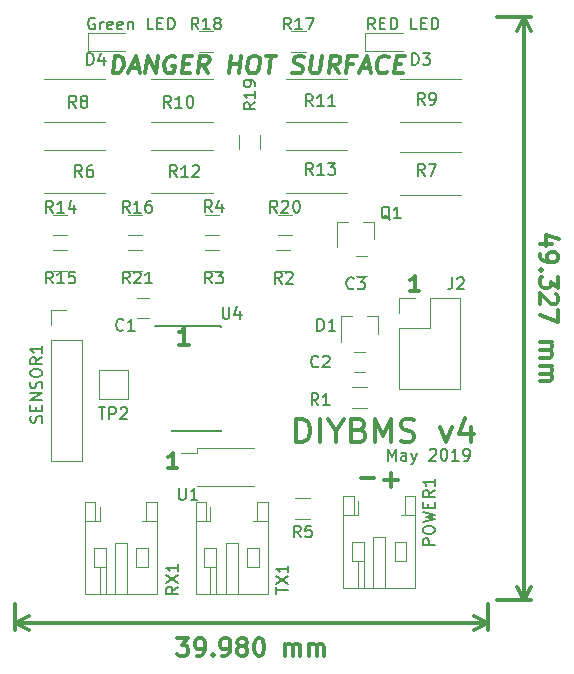
<source format=gbr>
G04 #@! TF.GenerationSoftware,KiCad,Pcbnew,(5.1.0)-1*
G04 #@! TF.CreationDate,2019-04-30T11:34:50+01:00*
G04 #@! TF.ProjectId,v4,76342e6b-6963-4616-945f-706362585858,rev?*
G04 #@! TF.SameCoordinates,Original*
G04 #@! TF.FileFunction,Legend,Top*
G04 #@! TF.FilePolarity,Positive*
%FSLAX46Y46*%
G04 Gerber Fmt 4.6, Leading zero omitted, Abs format (unit mm)*
G04 Created by KiCad (PCBNEW (5.1.0)-1) date 2019-04-30 11:34:50*
%MOMM*%
%LPD*%
G04 APERTURE LIST*
%ADD10C,0.300000*%
%ADD11C,0.200000*%
%ADD12C,0.120000*%
%ADD13C,0.150000*%
G04 APERTURE END LIST*
D10*
X85789028Y-78075695D02*
X85046171Y-78075695D01*
X85417600Y-78075695D02*
X85417600Y-76775695D01*
X85293790Y-76961409D01*
X85169980Y-77085219D01*
X85046171Y-77147123D01*
X59831528Y-59666171D02*
X60019028Y-58166171D01*
X60376171Y-58166171D01*
X60581528Y-58237600D01*
X60706528Y-58380457D01*
X60760100Y-58523314D01*
X60795814Y-58809028D01*
X60769028Y-59023314D01*
X60661885Y-59309028D01*
X60572600Y-59451885D01*
X60411885Y-59594742D01*
X60188671Y-59666171D01*
X59831528Y-59666171D01*
X61313671Y-59237600D02*
X62027957Y-59237600D01*
X61117242Y-59666171D02*
X61804742Y-58166171D01*
X62117242Y-59666171D01*
X62617242Y-59666171D02*
X62804742Y-58166171D01*
X63474385Y-59666171D01*
X63661885Y-58166171D01*
X65152957Y-58237600D02*
X65019028Y-58166171D01*
X64804742Y-58166171D01*
X64581528Y-58237600D01*
X64420814Y-58380457D01*
X64331528Y-58523314D01*
X64224385Y-58809028D01*
X64197600Y-59023314D01*
X64233314Y-59309028D01*
X64286885Y-59451885D01*
X64411885Y-59594742D01*
X64617242Y-59666171D01*
X64760100Y-59666171D01*
X64983314Y-59594742D01*
X65063671Y-59523314D01*
X65126171Y-59023314D01*
X64840457Y-59023314D01*
X65786885Y-58880457D02*
X66286885Y-58880457D01*
X66402957Y-59666171D02*
X65688671Y-59666171D01*
X65876171Y-58166171D01*
X66590457Y-58166171D01*
X67902957Y-59666171D02*
X67492242Y-58951885D01*
X67045814Y-59666171D02*
X67233314Y-58166171D01*
X67804742Y-58166171D01*
X67938671Y-58237600D01*
X68001171Y-58309028D01*
X68054742Y-58451885D01*
X68027957Y-58666171D01*
X67938671Y-58809028D01*
X67858314Y-58880457D01*
X67706528Y-58951885D01*
X67135100Y-58951885D01*
X69688671Y-59666171D02*
X69876171Y-58166171D01*
X69786885Y-58880457D02*
X70644028Y-58880457D01*
X70545814Y-59666171D02*
X70733314Y-58166171D01*
X71733314Y-58166171D02*
X72019028Y-58166171D01*
X72152957Y-58237600D01*
X72277957Y-58380457D01*
X72313671Y-58666171D01*
X72251171Y-59166171D01*
X72144028Y-59451885D01*
X71983314Y-59594742D01*
X71831528Y-59666171D01*
X71545814Y-59666171D01*
X71411885Y-59594742D01*
X71286885Y-59451885D01*
X71251171Y-59166171D01*
X71313671Y-58666171D01*
X71420814Y-58380457D01*
X71581528Y-58237600D01*
X71733314Y-58166171D01*
X72804742Y-58166171D02*
X73661885Y-58166171D01*
X73045814Y-59666171D02*
X73233314Y-58166171D01*
X75054742Y-59594742D02*
X75260100Y-59666171D01*
X75617242Y-59666171D01*
X75769028Y-59594742D01*
X75849385Y-59523314D01*
X75938671Y-59380457D01*
X75956528Y-59237600D01*
X75902957Y-59094742D01*
X75840457Y-59023314D01*
X75706528Y-58951885D01*
X75429742Y-58880457D01*
X75295814Y-58809028D01*
X75233314Y-58737600D01*
X75179742Y-58594742D01*
X75197600Y-58451885D01*
X75286885Y-58309028D01*
X75367242Y-58237600D01*
X75519028Y-58166171D01*
X75876171Y-58166171D01*
X76081528Y-58237600D01*
X76733314Y-58166171D02*
X76581528Y-59380457D01*
X76635100Y-59523314D01*
X76697600Y-59594742D01*
X76831528Y-59666171D01*
X77117242Y-59666171D01*
X77269028Y-59594742D01*
X77349385Y-59523314D01*
X77438671Y-59380457D01*
X77590457Y-58166171D01*
X78974385Y-59666171D02*
X78563671Y-58951885D01*
X78117242Y-59666171D02*
X78304742Y-58166171D01*
X78876171Y-58166171D01*
X79010100Y-58237600D01*
X79072600Y-58309028D01*
X79126171Y-58451885D01*
X79099385Y-58666171D01*
X79010100Y-58809028D01*
X78929742Y-58880457D01*
X78777957Y-58951885D01*
X78206528Y-58951885D01*
X80215457Y-58880457D02*
X79715457Y-58880457D01*
X79617242Y-59666171D02*
X79804742Y-58166171D01*
X80519028Y-58166171D01*
X80885100Y-59237600D02*
X81599385Y-59237600D01*
X80688671Y-59666171D02*
X81376171Y-58166171D01*
X81688671Y-59666171D01*
X83063671Y-59523314D02*
X82983314Y-59594742D01*
X82760100Y-59666171D01*
X82617242Y-59666171D01*
X82411885Y-59594742D01*
X82286885Y-59451885D01*
X82233314Y-59309028D01*
X82197600Y-59023314D01*
X82224385Y-58809028D01*
X82331528Y-58523314D01*
X82420814Y-58380457D01*
X82581528Y-58237600D01*
X82804742Y-58166171D01*
X82947600Y-58166171D01*
X83152957Y-58237600D01*
X83215457Y-58309028D01*
X83786885Y-58880457D02*
X84286885Y-58880457D01*
X84402957Y-59666171D02*
X83688671Y-59666171D01*
X83876171Y-58166171D01*
X84590457Y-58166171D01*
D11*
X83144742Y-92439980D02*
X83144742Y-91439980D01*
X83478076Y-92154266D01*
X83811409Y-91439980D01*
X83811409Y-92439980D01*
X84716171Y-92439980D02*
X84716171Y-91916171D01*
X84668552Y-91820933D01*
X84573314Y-91773314D01*
X84382838Y-91773314D01*
X84287600Y-91820933D01*
X84716171Y-92392361D02*
X84620933Y-92439980D01*
X84382838Y-92439980D01*
X84287600Y-92392361D01*
X84239980Y-92297123D01*
X84239980Y-92201885D01*
X84287600Y-92106647D01*
X84382838Y-92059028D01*
X84620933Y-92059028D01*
X84716171Y-92011409D01*
X85097123Y-91773314D02*
X85335219Y-92439980D01*
X85573314Y-91773314D02*
X85335219Y-92439980D01*
X85239980Y-92678076D01*
X85192361Y-92725695D01*
X85097123Y-92773314D01*
X86668552Y-91535219D02*
X86716171Y-91487600D01*
X86811409Y-91439980D01*
X87049504Y-91439980D01*
X87144742Y-91487600D01*
X87192361Y-91535219D01*
X87239980Y-91630457D01*
X87239980Y-91725695D01*
X87192361Y-91868552D01*
X86620933Y-92439980D01*
X87239980Y-92439980D01*
X87859028Y-91439980D02*
X87954266Y-91439980D01*
X88049504Y-91487600D01*
X88097123Y-91535219D01*
X88144742Y-91630457D01*
X88192361Y-91820933D01*
X88192361Y-92059028D01*
X88144742Y-92249504D01*
X88097123Y-92344742D01*
X88049504Y-92392361D01*
X87954266Y-92439980D01*
X87859028Y-92439980D01*
X87763790Y-92392361D01*
X87716171Y-92344742D01*
X87668552Y-92249504D01*
X87620933Y-92059028D01*
X87620933Y-91820933D01*
X87668552Y-91630457D01*
X87716171Y-91535219D01*
X87763790Y-91487600D01*
X87859028Y-91439980D01*
X89144742Y-92439980D02*
X88573314Y-92439980D01*
X88859028Y-92439980D02*
X88859028Y-91439980D01*
X88763790Y-91582838D01*
X88668552Y-91678076D01*
X88573314Y-91725695D01*
X89620933Y-92439980D02*
X89811409Y-92439980D01*
X89906647Y-92392361D01*
X89954266Y-92344742D01*
X90049504Y-92201885D01*
X90097123Y-92011409D01*
X90097123Y-91630457D01*
X90049504Y-91535219D01*
X90001885Y-91487600D01*
X89906647Y-91439980D01*
X89716171Y-91439980D01*
X89620933Y-91487600D01*
X89573314Y-91535219D01*
X89525695Y-91630457D01*
X89525695Y-91868552D01*
X89573314Y-91963790D01*
X89620933Y-92011409D01*
X89716171Y-92059028D01*
X89906647Y-92059028D01*
X90001885Y-92011409D01*
X90049504Y-91963790D01*
X90097123Y-91868552D01*
D10*
X65289028Y-93075695D02*
X64546171Y-93075695D01*
X64917600Y-93075695D02*
X64917600Y-91775695D01*
X64793790Y-91961409D01*
X64669980Y-92085219D01*
X64546171Y-92147123D01*
X75389266Y-90892361D02*
X75389266Y-88892361D01*
X75865457Y-88892361D01*
X76151171Y-88987600D01*
X76341647Y-89178076D01*
X76436885Y-89368552D01*
X76532123Y-89749504D01*
X76532123Y-90035219D01*
X76436885Y-90416171D01*
X76341647Y-90606647D01*
X76151171Y-90797123D01*
X75865457Y-90892361D01*
X75389266Y-90892361D01*
X77389266Y-90892361D02*
X77389266Y-88892361D01*
X78722600Y-89939980D02*
X78722600Y-90892361D01*
X78055933Y-88892361D02*
X78722600Y-89939980D01*
X79389266Y-88892361D01*
X80722600Y-89844742D02*
X81008314Y-89939980D01*
X81103552Y-90035219D01*
X81198790Y-90225695D01*
X81198790Y-90511409D01*
X81103552Y-90701885D01*
X81008314Y-90797123D01*
X80817838Y-90892361D01*
X80055933Y-90892361D01*
X80055933Y-88892361D01*
X80722600Y-88892361D01*
X80913076Y-88987600D01*
X81008314Y-89082838D01*
X81103552Y-89273314D01*
X81103552Y-89463790D01*
X81008314Y-89654266D01*
X80913076Y-89749504D01*
X80722600Y-89844742D01*
X80055933Y-89844742D01*
X82055933Y-90892361D02*
X82055933Y-88892361D01*
X82722600Y-90320933D01*
X83389266Y-88892361D01*
X83389266Y-90892361D01*
X84246409Y-90797123D02*
X84532123Y-90892361D01*
X85008314Y-90892361D01*
X85198790Y-90797123D01*
X85294028Y-90701885D01*
X85389266Y-90511409D01*
X85389266Y-90320933D01*
X85294028Y-90130457D01*
X85198790Y-90035219D01*
X85008314Y-89939980D01*
X84627361Y-89844742D01*
X84436885Y-89749504D01*
X84341647Y-89654266D01*
X84246409Y-89463790D01*
X84246409Y-89273314D01*
X84341647Y-89082838D01*
X84436885Y-88987600D01*
X84627361Y-88892361D01*
X85103552Y-88892361D01*
X85389266Y-88987600D01*
X87579742Y-89559028D02*
X88055933Y-90892361D01*
X88532123Y-89559028D01*
X90151171Y-89559028D02*
X90151171Y-90892361D01*
X89674980Y-88797123D02*
X89198790Y-90225695D01*
X90436885Y-90225695D01*
X66346171Y-82666171D02*
X65489028Y-82666171D01*
X65917600Y-82666171D02*
X65917600Y-81166171D01*
X65774742Y-81380457D01*
X65631885Y-81523314D01*
X65489028Y-81594742D01*
X81989028Y-93880457D02*
X80846171Y-93880457D01*
X82846171Y-94094742D02*
X83989028Y-94094742D01*
X83417600Y-94666171D02*
X83417600Y-93523314D01*
X65316885Y-107501371D02*
X66245457Y-107501371D01*
X65745457Y-108072800D01*
X65959742Y-108072800D01*
X66102600Y-108144228D01*
X66174028Y-108215657D01*
X66245457Y-108358514D01*
X66245457Y-108715657D01*
X66174028Y-108858514D01*
X66102600Y-108929942D01*
X65959742Y-109001371D01*
X65531171Y-109001371D01*
X65388314Y-108929942D01*
X65316885Y-108858514D01*
X66959742Y-109001371D02*
X67245457Y-109001371D01*
X67388314Y-108929942D01*
X67459742Y-108858514D01*
X67602600Y-108644228D01*
X67674028Y-108358514D01*
X67674028Y-107787085D01*
X67602600Y-107644228D01*
X67531171Y-107572800D01*
X67388314Y-107501371D01*
X67102600Y-107501371D01*
X66959742Y-107572800D01*
X66888314Y-107644228D01*
X66816885Y-107787085D01*
X66816885Y-108144228D01*
X66888314Y-108287085D01*
X66959742Y-108358514D01*
X67102600Y-108429942D01*
X67388314Y-108429942D01*
X67531171Y-108358514D01*
X67602600Y-108287085D01*
X67674028Y-108144228D01*
X68316885Y-108858514D02*
X68388314Y-108929942D01*
X68316885Y-109001371D01*
X68245457Y-108929942D01*
X68316885Y-108858514D01*
X68316885Y-109001371D01*
X69102600Y-109001371D02*
X69388314Y-109001371D01*
X69531171Y-108929942D01*
X69602600Y-108858514D01*
X69745457Y-108644228D01*
X69816885Y-108358514D01*
X69816885Y-107787085D01*
X69745457Y-107644228D01*
X69674028Y-107572800D01*
X69531171Y-107501371D01*
X69245457Y-107501371D01*
X69102600Y-107572800D01*
X69031171Y-107644228D01*
X68959742Y-107787085D01*
X68959742Y-108144228D01*
X69031171Y-108287085D01*
X69102600Y-108358514D01*
X69245457Y-108429942D01*
X69531171Y-108429942D01*
X69674028Y-108358514D01*
X69745457Y-108287085D01*
X69816885Y-108144228D01*
X70674028Y-108144228D02*
X70531171Y-108072800D01*
X70459742Y-108001371D01*
X70388314Y-107858514D01*
X70388314Y-107787085D01*
X70459742Y-107644228D01*
X70531171Y-107572800D01*
X70674028Y-107501371D01*
X70959742Y-107501371D01*
X71102600Y-107572800D01*
X71174028Y-107644228D01*
X71245457Y-107787085D01*
X71245457Y-107858514D01*
X71174028Y-108001371D01*
X71102600Y-108072800D01*
X70959742Y-108144228D01*
X70674028Y-108144228D01*
X70531171Y-108215657D01*
X70459742Y-108287085D01*
X70388314Y-108429942D01*
X70388314Y-108715657D01*
X70459742Y-108858514D01*
X70531171Y-108929942D01*
X70674028Y-109001371D01*
X70959742Y-109001371D01*
X71102600Y-108929942D01*
X71174028Y-108858514D01*
X71245457Y-108715657D01*
X71245457Y-108429942D01*
X71174028Y-108287085D01*
X71102600Y-108215657D01*
X70959742Y-108144228D01*
X72174028Y-107501371D02*
X72316885Y-107501371D01*
X72459742Y-107572800D01*
X72531171Y-107644228D01*
X72602600Y-107787085D01*
X72674028Y-108072800D01*
X72674028Y-108429942D01*
X72602600Y-108715657D01*
X72531171Y-108858514D01*
X72459742Y-108929942D01*
X72316885Y-109001371D01*
X72174028Y-109001371D01*
X72031171Y-108929942D01*
X71959742Y-108858514D01*
X71888314Y-108715657D01*
X71816885Y-108429942D01*
X71816885Y-108072800D01*
X71888314Y-107787085D01*
X71959742Y-107644228D01*
X72031171Y-107572800D01*
X72174028Y-107501371D01*
X74459742Y-109001371D02*
X74459742Y-108001371D01*
X74459742Y-108144228D02*
X74531171Y-108072800D01*
X74674028Y-108001371D01*
X74888314Y-108001371D01*
X75031171Y-108072800D01*
X75102600Y-108215657D01*
X75102600Y-109001371D01*
X75102600Y-108215657D02*
X75174028Y-108072800D01*
X75316885Y-108001371D01*
X75531171Y-108001371D01*
X75674028Y-108072800D01*
X75745457Y-108215657D01*
X75745457Y-109001371D01*
X76459742Y-109001371D02*
X76459742Y-108001371D01*
X76459742Y-108144228D02*
X76531171Y-108072800D01*
X76674028Y-108001371D01*
X76888314Y-108001371D01*
X77031171Y-108072800D01*
X77102600Y-108215657D01*
X77102600Y-109001371D01*
X77102600Y-108215657D02*
X77174028Y-108072800D01*
X77316885Y-108001371D01*
X77531171Y-108001371D01*
X77674028Y-108072800D01*
X77745457Y-108215657D01*
X77745457Y-109001371D01*
X51612800Y-106222800D02*
X91592400Y-106222800D01*
X51612800Y-104546400D02*
X51612800Y-106809221D01*
X91592400Y-104546400D02*
X91592400Y-106809221D01*
X91592400Y-106222800D02*
X90465896Y-106809221D01*
X91592400Y-106222800D02*
X90465896Y-105636379D01*
X51612800Y-106222800D02*
X52739304Y-106809221D01*
X51612800Y-106222800D02*
X52739304Y-105636379D01*
X97061828Y-74078200D02*
X96061828Y-74078200D01*
X97633257Y-73721057D02*
X96561828Y-73363914D01*
X96561828Y-74292485D01*
X96061828Y-74935342D02*
X96061828Y-75221057D01*
X96133257Y-75363914D01*
X96204685Y-75435342D01*
X96418971Y-75578200D01*
X96704685Y-75649628D01*
X97276114Y-75649628D01*
X97418971Y-75578200D01*
X97490400Y-75506771D01*
X97561828Y-75363914D01*
X97561828Y-75078200D01*
X97490400Y-74935342D01*
X97418971Y-74863914D01*
X97276114Y-74792485D01*
X96918971Y-74792485D01*
X96776114Y-74863914D01*
X96704685Y-74935342D01*
X96633257Y-75078200D01*
X96633257Y-75363914D01*
X96704685Y-75506771D01*
X96776114Y-75578200D01*
X96918971Y-75649628D01*
X96204685Y-76292485D02*
X96133257Y-76363914D01*
X96061828Y-76292485D01*
X96133257Y-76221057D01*
X96204685Y-76292485D01*
X96061828Y-76292485D01*
X97561828Y-76863914D02*
X97561828Y-77792485D01*
X96990400Y-77292485D01*
X96990400Y-77506771D01*
X96918971Y-77649628D01*
X96847542Y-77721057D01*
X96704685Y-77792485D01*
X96347542Y-77792485D01*
X96204685Y-77721057D01*
X96133257Y-77649628D01*
X96061828Y-77506771D01*
X96061828Y-77078200D01*
X96133257Y-76935342D01*
X96204685Y-76863914D01*
X97418971Y-78363914D02*
X97490400Y-78435342D01*
X97561828Y-78578200D01*
X97561828Y-78935342D01*
X97490400Y-79078200D01*
X97418971Y-79149628D01*
X97276114Y-79221057D01*
X97133257Y-79221057D01*
X96918971Y-79149628D01*
X96061828Y-78292485D01*
X96061828Y-79221057D01*
X97561828Y-79721057D02*
X97561828Y-80721057D01*
X96061828Y-80078200D01*
X96061828Y-82435342D02*
X97061828Y-82435342D01*
X96918971Y-82435342D02*
X96990400Y-82506771D01*
X97061828Y-82649628D01*
X97061828Y-82863914D01*
X96990400Y-83006771D01*
X96847542Y-83078200D01*
X96061828Y-83078200D01*
X96847542Y-83078200D02*
X96990400Y-83149628D01*
X97061828Y-83292485D01*
X97061828Y-83506771D01*
X96990400Y-83649628D01*
X96847542Y-83721057D01*
X96061828Y-83721057D01*
X96061828Y-84435342D02*
X97061828Y-84435342D01*
X96918971Y-84435342D02*
X96990400Y-84506771D01*
X97061828Y-84649628D01*
X97061828Y-84863914D01*
X96990400Y-85006771D01*
X96847542Y-85078200D01*
X96061828Y-85078200D01*
X96847542Y-85078200D02*
X96990400Y-85149628D01*
X97061828Y-85292485D01*
X97061828Y-85506771D01*
X96990400Y-85649628D01*
X96847542Y-85721057D01*
X96061828Y-85721057D01*
X94640400Y-54914800D02*
X94640400Y-104241600D01*
X92405200Y-54914800D02*
X95226821Y-54914800D01*
X92405200Y-104241600D02*
X95226821Y-104241600D01*
X94640400Y-104241600D02*
X94053979Y-103115096D01*
X94640400Y-104241600D02*
X95226821Y-103115096D01*
X94640400Y-54914800D02*
X94053979Y-56041304D01*
X94640400Y-54914800D02*
X95226821Y-56041304D01*
D12*
X69417600Y-103733600D02*
X69417600Y-99383600D01*
X69417600Y-99383600D02*
X70417600Y-99383600D01*
X70417600Y-99383600D02*
X70417600Y-103733600D01*
X68117600Y-97533600D02*
X67767600Y-97533600D01*
X67767600Y-97533600D02*
X67767600Y-95933600D01*
X67767600Y-95933600D02*
X66867600Y-95933600D01*
X66867600Y-95933600D02*
X66867600Y-103733600D01*
X66867600Y-103733600D02*
X72967600Y-103733600D01*
X72967600Y-103733600D02*
X72967600Y-95933600D01*
X72967600Y-95933600D02*
X72067600Y-95933600D01*
X72067600Y-95933600D02*
X72067600Y-97533600D01*
X72067600Y-97533600D02*
X71717600Y-97533600D01*
X66867600Y-97533600D02*
X67767600Y-97533600D01*
X72967600Y-97533600D02*
X72067600Y-97533600D01*
X67617600Y-99883600D02*
X67617600Y-101483600D01*
X67617600Y-101483600D02*
X68617600Y-101483600D01*
X68617600Y-101483600D02*
X68617600Y-99883600D01*
X68617600Y-99883600D02*
X67617600Y-99883600D01*
X72217600Y-99883600D02*
X72217600Y-101483600D01*
X72217600Y-101483600D02*
X71217600Y-101483600D01*
X71217600Y-101483600D02*
X71217600Y-99883600D01*
X71217600Y-99883600D02*
X72217600Y-99883600D01*
X68617600Y-101483600D02*
X68617600Y-103733600D01*
X68117600Y-101483600D02*
X68117600Y-103733600D01*
X68117600Y-97533600D02*
X68117600Y-96333600D01*
X81417600Y-75137600D02*
X80417600Y-75137600D01*
X80417600Y-76837600D02*
X81417600Y-76837600D01*
X54587600Y-92477600D02*
X57247600Y-92477600D01*
X54587600Y-82257600D02*
X54587600Y-92477600D01*
X57247600Y-82257600D02*
X57247600Y-92477600D01*
X54587600Y-82257600D02*
X57247600Y-82257600D01*
X54587600Y-80987600D02*
X54587600Y-79657600D01*
X54587600Y-79657600D02*
X55917600Y-79657600D01*
X56017600Y-73367600D02*
X54817600Y-73367600D01*
X54817600Y-71607600D02*
X56017600Y-71607600D01*
X76184266Y-57867600D02*
X74984266Y-57867600D01*
X74984266Y-56107600D02*
X76184266Y-56107600D01*
X84087600Y-86397600D02*
X89287600Y-86397600D01*
X84087600Y-81257600D02*
X84087600Y-86397600D01*
X89287600Y-78657600D02*
X89287600Y-86397600D01*
X84087600Y-81257600D02*
X86687600Y-81257600D01*
X86687600Y-81257600D02*
X86687600Y-78657600D01*
X86687600Y-78657600D02*
X89287600Y-78657600D01*
X84087600Y-79987600D02*
X84087600Y-78657600D01*
X84087600Y-78657600D02*
X85417600Y-78657600D01*
X62917600Y-78637600D02*
X61917600Y-78637600D01*
X61917600Y-80337600D02*
X62917600Y-80337600D01*
X81917600Y-103225600D02*
X81917600Y-98875600D01*
X81917600Y-98875600D02*
X82917600Y-98875600D01*
X82917600Y-98875600D02*
X82917600Y-103225600D01*
X80617600Y-97025600D02*
X80267600Y-97025600D01*
X80267600Y-97025600D02*
X80267600Y-95425600D01*
X80267600Y-95425600D02*
X79367600Y-95425600D01*
X79367600Y-95425600D02*
X79367600Y-103225600D01*
X79367600Y-103225600D02*
X85467600Y-103225600D01*
X85467600Y-103225600D02*
X85467600Y-95425600D01*
X85467600Y-95425600D02*
X84567600Y-95425600D01*
X84567600Y-95425600D02*
X84567600Y-97025600D01*
X84567600Y-97025600D02*
X84217600Y-97025600D01*
X79367600Y-97025600D02*
X80267600Y-97025600D01*
X85467600Y-97025600D02*
X84567600Y-97025600D01*
X80117600Y-99375600D02*
X80117600Y-100975600D01*
X80117600Y-100975600D02*
X81117600Y-100975600D01*
X81117600Y-100975600D02*
X81117600Y-99375600D01*
X81117600Y-99375600D02*
X80117600Y-99375600D01*
X84717600Y-99375600D02*
X84717600Y-100975600D01*
X84717600Y-100975600D02*
X83717600Y-100975600D01*
X83717600Y-100975600D02*
X83717600Y-99375600D01*
X83717600Y-99375600D02*
X84717600Y-99375600D01*
X81117600Y-100975600D02*
X81117600Y-103225600D01*
X80617600Y-100975600D02*
X80617600Y-103225600D01*
X80617600Y-97025600D02*
X80617600Y-95825600D01*
X80146000Y-86213600D02*
X81346000Y-86213600D01*
X81346000Y-87973600D02*
X80146000Y-87973600D01*
D13*
X64842600Y-81037600D02*
X64842600Y-81062600D01*
X68992600Y-81037600D02*
X68992600Y-81152600D01*
X68992600Y-89937600D02*
X68992600Y-89822600D01*
X64842600Y-89937600D02*
X64842600Y-89822600D01*
X64842600Y-81037600D02*
X68992600Y-81037600D01*
X64842600Y-89937600D02*
X68992600Y-89937600D01*
X64842600Y-81062600D02*
X63467600Y-81062600D01*
D12*
X81246000Y-83243600D02*
X80246000Y-83243600D01*
X80246000Y-84943600D02*
X81246000Y-84943600D01*
X60037600Y-103733600D02*
X60037600Y-99383600D01*
X60037600Y-99383600D02*
X61037600Y-99383600D01*
X61037600Y-99383600D02*
X61037600Y-103733600D01*
X58737600Y-97533600D02*
X58387600Y-97533600D01*
X58387600Y-97533600D02*
X58387600Y-95933600D01*
X58387600Y-95933600D02*
X57487600Y-95933600D01*
X57487600Y-95933600D02*
X57487600Y-103733600D01*
X57487600Y-103733600D02*
X63587600Y-103733600D01*
X63587600Y-103733600D02*
X63587600Y-95933600D01*
X63587600Y-95933600D02*
X62687600Y-95933600D01*
X62687600Y-95933600D02*
X62687600Y-97533600D01*
X62687600Y-97533600D02*
X62337600Y-97533600D01*
X57487600Y-97533600D02*
X58387600Y-97533600D01*
X63587600Y-97533600D02*
X62687600Y-97533600D01*
X58237600Y-99883600D02*
X58237600Y-101483600D01*
X58237600Y-101483600D02*
X59237600Y-101483600D01*
X59237600Y-101483600D02*
X59237600Y-99883600D01*
X59237600Y-99883600D02*
X58237600Y-99883600D01*
X62837600Y-99883600D02*
X62837600Y-101483600D01*
X62837600Y-101483600D02*
X61837600Y-101483600D01*
X61837600Y-101483600D02*
X61837600Y-99883600D01*
X61837600Y-99883600D02*
X62837600Y-99883600D01*
X59237600Y-101483600D02*
X59237600Y-103733600D01*
X58737600Y-101483600D02*
X58737600Y-103733600D01*
X58737600Y-97533600D02*
X58737600Y-96333600D01*
X74867600Y-76367600D02*
X73667600Y-76367600D01*
X73667600Y-74607600D02*
X74867600Y-74607600D01*
X67667600Y-74607600D02*
X68867600Y-74607600D01*
X68867600Y-76367600D02*
X67667600Y-76367600D01*
X67667600Y-71607600D02*
X68867600Y-71607600D01*
X68867600Y-73367600D02*
X67667600Y-73367600D01*
X76517600Y-97367600D02*
X75317600Y-97367600D01*
X75317600Y-95607600D02*
X76517600Y-95607600D01*
X56017600Y-76367600D02*
X54817600Y-76367600D01*
X54817600Y-74607600D02*
X56017600Y-74607600D01*
X62367600Y-73367600D02*
X61167600Y-73367600D01*
X61167600Y-71607600D02*
X62367600Y-71607600D01*
X67150933Y-56107600D02*
X68350933Y-56107600D01*
X68350933Y-57867600D02*
X67150933Y-57867600D01*
X67017600Y-91397600D02*
X67017600Y-91797600D01*
X67017600Y-91797600D02*
X65617600Y-91797600D01*
X67017600Y-91397600D02*
X71817600Y-91397600D01*
X67017600Y-94597600D02*
X71817600Y-94597600D01*
X82326000Y-80227600D02*
X81396000Y-80227600D01*
X79166000Y-80227600D02*
X80096000Y-80227600D01*
X79166000Y-80227600D02*
X79166000Y-82387600D01*
X82326000Y-80227600D02*
X82326000Y-81687600D01*
X84417600Y-57737600D02*
X81217600Y-57737600D01*
X81217600Y-56237600D02*
X84417600Y-56237600D01*
X81217600Y-56237600D02*
X81217600Y-57737600D01*
X60917600Y-57737600D02*
X57717600Y-57737600D01*
X57717600Y-56237600D02*
X60917600Y-56237600D01*
X57717600Y-56237600D02*
X57717600Y-57737600D01*
X81997600Y-72227600D02*
X81067600Y-72227600D01*
X78837600Y-72227600D02*
X79767600Y-72227600D01*
X78837600Y-72227600D02*
X78837600Y-74387600D01*
X81997600Y-72227600D02*
X81997600Y-73687600D01*
X70537600Y-66087600D02*
X70537600Y-64887600D01*
X72297600Y-64887600D02*
X72297600Y-66087600D01*
X75017600Y-73367600D02*
X73817600Y-73367600D01*
X73817600Y-71607600D02*
X75017600Y-71607600D01*
X61167600Y-74607600D02*
X62367600Y-74607600D01*
X62367600Y-76367600D02*
X61167600Y-76367600D01*
X58717600Y-87187600D02*
X58717600Y-84787600D01*
X61117600Y-87187600D02*
X58717600Y-87187600D01*
X61117600Y-84787600D02*
X61117600Y-87187600D01*
X58717600Y-84787600D02*
X61117600Y-84787600D01*
X54006000Y-66167600D02*
X59206000Y-66167600D01*
X59206000Y-69807600D02*
X54006000Y-69807600D01*
X89329200Y-69928000D02*
X84129200Y-69928000D01*
X84129200Y-66288000D02*
X89329200Y-66288000D01*
X59206000Y-63807600D02*
X54006000Y-63807600D01*
X54006000Y-60167600D02*
X59206000Y-60167600D01*
X84129200Y-60167600D02*
X89329200Y-60167600D01*
X89329200Y-63807600D02*
X84129200Y-63807600D01*
X68329200Y-63807600D02*
X63129200Y-63807600D01*
X63129200Y-60167600D02*
X68329200Y-60167600D01*
X74506000Y-60167600D02*
X79706000Y-60167600D01*
X79706000Y-63807600D02*
X74506000Y-63807600D01*
X63129200Y-66167600D02*
X68329200Y-66167600D01*
X68329200Y-69807600D02*
X63129200Y-69807600D01*
X79706000Y-69807600D02*
X74506000Y-69807600D01*
X74506000Y-66167600D02*
X79706000Y-66167600D01*
D13*
X73707580Y-103725695D02*
X73707580Y-103154266D01*
X74707580Y-103439980D02*
X73707580Y-103439980D01*
X73707580Y-102916171D02*
X74707580Y-102249504D01*
X73707580Y-102249504D02*
X74707580Y-102916171D01*
X74707580Y-101344742D02*
X74707580Y-101916171D01*
X74707580Y-101630457D02*
X73707580Y-101630457D01*
X73850438Y-101725695D01*
X73945676Y-101820933D01*
X73993295Y-101916171D01*
X80250933Y-77844742D02*
X80203314Y-77892361D01*
X80060457Y-77939980D01*
X79965219Y-77939980D01*
X79822361Y-77892361D01*
X79727123Y-77797123D01*
X79679504Y-77701885D01*
X79631885Y-77511409D01*
X79631885Y-77368552D01*
X79679504Y-77178076D01*
X79727123Y-77082838D01*
X79822361Y-76987600D01*
X79965219Y-76939980D01*
X80060457Y-76939980D01*
X80203314Y-76987600D01*
X80250933Y-77035219D01*
X80584266Y-76939980D02*
X81203314Y-76939980D01*
X80869980Y-77320933D01*
X81012838Y-77320933D01*
X81108076Y-77368552D01*
X81155695Y-77416171D01*
X81203314Y-77511409D01*
X81203314Y-77749504D01*
X81155695Y-77844742D01*
X81108076Y-77892361D01*
X81012838Y-77939980D01*
X80727123Y-77939980D01*
X80631885Y-77892361D01*
X80584266Y-77844742D01*
X53822361Y-89225695D02*
X53869980Y-89082838D01*
X53869980Y-88844742D01*
X53822361Y-88749504D01*
X53774742Y-88701885D01*
X53679504Y-88654266D01*
X53584266Y-88654266D01*
X53489028Y-88701885D01*
X53441409Y-88749504D01*
X53393790Y-88844742D01*
X53346171Y-89035219D01*
X53298552Y-89130457D01*
X53250933Y-89178076D01*
X53155695Y-89225695D01*
X53060457Y-89225695D01*
X52965219Y-89178076D01*
X52917600Y-89130457D01*
X52869980Y-89035219D01*
X52869980Y-88797123D01*
X52917600Y-88654266D01*
X53346171Y-88225695D02*
X53346171Y-87892361D01*
X53869980Y-87749504D02*
X53869980Y-88225695D01*
X52869980Y-88225695D01*
X52869980Y-87749504D01*
X53869980Y-87320933D02*
X52869980Y-87320933D01*
X53869980Y-86749504D01*
X52869980Y-86749504D01*
X53822361Y-86320933D02*
X53869980Y-86178076D01*
X53869980Y-85939980D01*
X53822361Y-85844742D01*
X53774742Y-85797123D01*
X53679504Y-85749504D01*
X53584266Y-85749504D01*
X53489028Y-85797123D01*
X53441409Y-85844742D01*
X53393790Y-85939980D01*
X53346171Y-86130457D01*
X53298552Y-86225695D01*
X53250933Y-86273314D01*
X53155695Y-86320933D01*
X53060457Y-86320933D01*
X52965219Y-86273314D01*
X52917600Y-86225695D01*
X52869980Y-86130457D01*
X52869980Y-85892361D01*
X52917600Y-85749504D01*
X52869980Y-85130457D02*
X52869980Y-84939980D01*
X52917600Y-84844742D01*
X53012838Y-84749504D01*
X53203314Y-84701885D01*
X53536647Y-84701885D01*
X53727123Y-84749504D01*
X53822361Y-84844742D01*
X53869980Y-84939980D01*
X53869980Y-85130457D01*
X53822361Y-85225695D01*
X53727123Y-85320933D01*
X53536647Y-85368552D01*
X53203314Y-85368552D01*
X53012838Y-85320933D01*
X52917600Y-85225695D01*
X52869980Y-85130457D01*
X53869980Y-83701885D02*
X53393790Y-84035219D01*
X53869980Y-84273314D02*
X52869980Y-84273314D01*
X52869980Y-83892361D01*
X52917600Y-83797123D01*
X52965219Y-83749504D01*
X53060457Y-83701885D01*
X53203314Y-83701885D01*
X53298552Y-83749504D01*
X53346171Y-83797123D01*
X53393790Y-83892361D01*
X53393790Y-84273314D01*
X53869980Y-82749504D02*
X53869980Y-83320933D01*
X53869980Y-83035219D02*
X52869980Y-83035219D01*
X53012838Y-83130457D01*
X53108076Y-83225695D01*
X53155695Y-83320933D01*
X54774742Y-71439980D02*
X54441409Y-70963790D01*
X54203314Y-71439980D02*
X54203314Y-70439980D01*
X54584266Y-70439980D01*
X54679504Y-70487600D01*
X54727123Y-70535219D01*
X54774742Y-70630457D01*
X54774742Y-70773314D01*
X54727123Y-70868552D01*
X54679504Y-70916171D01*
X54584266Y-70963790D01*
X54203314Y-70963790D01*
X55727123Y-71439980D02*
X55155695Y-71439980D01*
X55441409Y-71439980D02*
X55441409Y-70439980D01*
X55346171Y-70582838D01*
X55250933Y-70678076D01*
X55155695Y-70725695D01*
X56584266Y-70773314D02*
X56584266Y-71439980D01*
X56346171Y-70392361D02*
X56108076Y-71106647D01*
X56727123Y-71106647D01*
X74941408Y-55939980D02*
X74608075Y-55463790D01*
X74369980Y-55939980D02*
X74369980Y-54939980D01*
X74750932Y-54939980D01*
X74846170Y-54987600D01*
X74893789Y-55035219D01*
X74941408Y-55130457D01*
X74941408Y-55273314D01*
X74893789Y-55368552D01*
X74846170Y-55416171D01*
X74750932Y-55463790D01*
X74369980Y-55463790D01*
X75893789Y-55939980D02*
X75322361Y-55939980D01*
X75608075Y-55939980D02*
X75608075Y-54939980D01*
X75512837Y-55082838D01*
X75417599Y-55178076D01*
X75322361Y-55225695D01*
X76227123Y-54939980D02*
X76893789Y-54939980D01*
X76465218Y-55939980D01*
X88584266Y-76939980D02*
X88584266Y-77654266D01*
X88536647Y-77797123D01*
X88441409Y-77892361D01*
X88298552Y-77939980D01*
X88203314Y-77939980D01*
X89012838Y-77035219D02*
X89060457Y-76987600D01*
X89155695Y-76939980D01*
X89393790Y-76939980D01*
X89489028Y-76987600D01*
X89536647Y-77035219D01*
X89584266Y-77130457D01*
X89584266Y-77225695D01*
X89536647Y-77368552D01*
X88965219Y-77939980D01*
X89584266Y-77939980D01*
X60750933Y-81344742D02*
X60703314Y-81392361D01*
X60560457Y-81439980D01*
X60465219Y-81439980D01*
X60322361Y-81392361D01*
X60227123Y-81297123D01*
X60179504Y-81201885D01*
X60131885Y-81011409D01*
X60131885Y-80868552D01*
X60179504Y-80678076D01*
X60227123Y-80582838D01*
X60322361Y-80487600D01*
X60465219Y-80439980D01*
X60560457Y-80439980D01*
X60703314Y-80487600D01*
X60750933Y-80535219D01*
X61703314Y-81439980D02*
X61131885Y-81439980D01*
X61417600Y-81439980D02*
X61417600Y-80439980D01*
X61322361Y-80582838D01*
X61227123Y-80678076D01*
X61131885Y-80725695D01*
X87102380Y-99610514D02*
X86102380Y-99610514D01*
X86102380Y-99229561D01*
X86150000Y-99134323D01*
X86197619Y-99086704D01*
X86292857Y-99039085D01*
X86435714Y-99039085D01*
X86530952Y-99086704D01*
X86578571Y-99134323D01*
X86626190Y-99229561D01*
X86626190Y-99610514D01*
X86102380Y-98420038D02*
X86102380Y-98229561D01*
X86150000Y-98134323D01*
X86245238Y-98039085D01*
X86435714Y-97991466D01*
X86769047Y-97991466D01*
X86959523Y-98039085D01*
X87054761Y-98134323D01*
X87102380Y-98229561D01*
X87102380Y-98420038D01*
X87054761Y-98515276D01*
X86959523Y-98610514D01*
X86769047Y-98658133D01*
X86435714Y-98658133D01*
X86245238Y-98610514D01*
X86150000Y-98515276D01*
X86102380Y-98420038D01*
X86102380Y-97658133D02*
X87102380Y-97420038D01*
X86388095Y-97229561D01*
X87102380Y-97039085D01*
X86102380Y-96800990D01*
X86578571Y-96420038D02*
X86578571Y-96086704D01*
X87102380Y-95943847D02*
X87102380Y-96420038D01*
X86102380Y-96420038D01*
X86102380Y-95943847D01*
X87102380Y-94943847D02*
X86626190Y-95277180D01*
X87102380Y-95515276D02*
X86102380Y-95515276D01*
X86102380Y-95134323D01*
X86150000Y-95039085D01*
X86197619Y-94991466D01*
X86292857Y-94943847D01*
X86435714Y-94943847D01*
X86530952Y-94991466D01*
X86578571Y-95039085D01*
X86626190Y-95134323D01*
X86626190Y-95515276D01*
X87102380Y-93991466D02*
X87102380Y-94562895D01*
X87102380Y-94277180D02*
X86102380Y-94277180D01*
X86245238Y-94372419D01*
X86340476Y-94467657D01*
X86388095Y-94562895D01*
X77250933Y-87749180D02*
X76917600Y-87272990D01*
X76679504Y-87749180D02*
X76679504Y-86749180D01*
X77060457Y-86749180D01*
X77155695Y-86796800D01*
X77203314Y-86844419D01*
X77250933Y-86939657D01*
X77250933Y-87082514D01*
X77203314Y-87177752D01*
X77155695Y-87225371D01*
X77060457Y-87272990D01*
X76679504Y-87272990D01*
X78203314Y-87749180D02*
X77631885Y-87749180D01*
X77917600Y-87749180D02*
X77917600Y-86749180D01*
X77822361Y-86892038D01*
X77727123Y-86987276D01*
X77631885Y-87034895D01*
X69155695Y-79439980D02*
X69155695Y-80249504D01*
X69203314Y-80344742D01*
X69250933Y-80392361D01*
X69346171Y-80439980D01*
X69536647Y-80439980D01*
X69631885Y-80392361D01*
X69679504Y-80344742D01*
X69727123Y-80249504D01*
X69727123Y-79439980D01*
X70631885Y-79773314D02*
X70631885Y-80439980D01*
X70393790Y-79392361D02*
X70155695Y-80106647D01*
X70774742Y-80106647D01*
X77250933Y-84450742D02*
X77203314Y-84498361D01*
X77060457Y-84545980D01*
X76965219Y-84545980D01*
X76822361Y-84498361D01*
X76727123Y-84403123D01*
X76679504Y-84307885D01*
X76631885Y-84117409D01*
X76631885Y-83974552D01*
X76679504Y-83784076D01*
X76727123Y-83688838D01*
X76822361Y-83593600D01*
X76965219Y-83545980D01*
X77060457Y-83545980D01*
X77203314Y-83593600D01*
X77250933Y-83641219D01*
X77631885Y-83641219D02*
X77679504Y-83593600D01*
X77774742Y-83545980D01*
X78012838Y-83545980D01*
X78108076Y-83593600D01*
X78155695Y-83641219D01*
X78203314Y-83736457D01*
X78203314Y-83831695D01*
X78155695Y-83974552D01*
X77584266Y-84545980D01*
X78203314Y-84545980D01*
X65369980Y-103130457D02*
X64893790Y-103463790D01*
X65369980Y-103701885D02*
X64369980Y-103701885D01*
X64369980Y-103320933D01*
X64417600Y-103225695D01*
X64465219Y-103178076D01*
X64560457Y-103130457D01*
X64703314Y-103130457D01*
X64798552Y-103178076D01*
X64846171Y-103225695D01*
X64893790Y-103320933D01*
X64893790Y-103701885D01*
X64369980Y-102797123D02*
X65369980Y-102130457D01*
X64369980Y-102130457D02*
X65369980Y-102797123D01*
X65369980Y-101225695D02*
X65369980Y-101797123D01*
X65369980Y-101511409D02*
X64369980Y-101511409D01*
X64512838Y-101606647D01*
X64608076Y-101701885D01*
X64655695Y-101797123D01*
X74151733Y-77463980D02*
X73818400Y-76987790D01*
X73580304Y-77463980D02*
X73580304Y-76463980D01*
X73961257Y-76463980D01*
X74056495Y-76511600D01*
X74104114Y-76559219D01*
X74151733Y-76654457D01*
X74151733Y-76797314D01*
X74104114Y-76892552D01*
X74056495Y-76940171D01*
X73961257Y-76987790D01*
X73580304Y-76987790D01*
X74532685Y-76559219D02*
X74580304Y-76511600D01*
X74675542Y-76463980D01*
X74913638Y-76463980D01*
X75008876Y-76511600D01*
X75056495Y-76559219D01*
X75104114Y-76654457D01*
X75104114Y-76749695D01*
X75056495Y-76892552D01*
X74485066Y-77463980D01*
X75104114Y-77463980D01*
X68250933Y-77439980D02*
X67917600Y-76963790D01*
X67679504Y-77439980D02*
X67679504Y-76439980D01*
X68060457Y-76439980D01*
X68155695Y-76487600D01*
X68203314Y-76535219D01*
X68250933Y-76630457D01*
X68250933Y-76773314D01*
X68203314Y-76868552D01*
X68155695Y-76916171D01*
X68060457Y-76963790D01*
X67679504Y-76963790D01*
X68584266Y-76439980D02*
X69203314Y-76439980D01*
X68869980Y-76820933D01*
X69012838Y-76820933D01*
X69108076Y-76868552D01*
X69155695Y-76916171D01*
X69203314Y-77011409D01*
X69203314Y-77249504D01*
X69155695Y-77344742D01*
X69108076Y-77392361D01*
X69012838Y-77439980D01*
X68727123Y-77439980D01*
X68631885Y-77392361D01*
X68584266Y-77344742D01*
X68250933Y-71415980D02*
X67917600Y-70939790D01*
X67679504Y-71415980D02*
X67679504Y-70415980D01*
X68060457Y-70415980D01*
X68155695Y-70463600D01*
X68203314Y-70511219D01*
X68250933Y-70606457D01*
X68250933Y-70749314D01*
X68203314Y-70844552D01*
X68155695Y-70892171D01*
X68060457Y-70939790D01*
X67679504Y-70939790D01*
X69108076Y-70749314D02*
X69108076Y-71415980D01*
X68869980Y-70368361D02*
X68631885Y-71082647D01*
X69250933Y-71082647D01*
X75750933Y-98939980D02*
X75417600Y-98463790D01*
X75179504Y-98939980D02*
X75179504Y-97939980D01*
X75560457Y-97939980D01*
X75655695Y-97987600D01*
X75703314Y-98035219D01*
X75750933Y-98130457D01*
X75750933Y-98273314D01*
X75703314Y-98368552D01*
X75655695Y-98416171D01*
X75560457Y-98463790D01*
X75179504Y-98463790D01*
X76655695Y-97939980D02*
X76179504Y-97939980D01*
X76131885Y-98416171D01*
X76179504Y-98368552D01*
X76274742Y-98320933D01*
X76512838Y-98320933D01*
X76608076Y-98368552D01*
X76655695Y-98416171D01*
X76703314Y-98511409D01*
X76703314Y-98749504D01*
X76655695Y-98844742D01*
X76608076Y-98892361D01*
X76512838Y-98939980D01*
X76274742Y-98939980D01*
X76179504Y-98892361D01*
X76131885Y-98844742D01*
X54774742Y-77439980D02*
X54441409Y-76963790D01*
X54203314Y-77439980D02*
X54203314Y-76439980D01*
X54584266Y-76439980D01*
X54679504Y-76487600D01*
X54727123Y-76535219D01*
X54774742Y-76630457D01*
X54774742Y-76773314D01*
X54727123Y-76868552D01*
X54679504Y-76916171D01*
X54584266Y-76963790D01*
X54203314Y-76963790D01*
X55727123Y-77439980D02*
X55155695Y-77439980D01*
X55441409Y-77439980D02*
X55441409Y-76439980D01*
X55346171Y-76582838D01*
X55250933Y-76678076D01*
X55155695Y-76725695D01*
X56631885Y-76439980D02*
X56155695Y-76439980D01*
X56108076Y-76916171D01*
X56155695Y-76868552D01*
X56250933Y-76820933D01*
X56489028Y-76820933D01*
X56584266Y-76868552D01*
X56631885Y-76916171D01*
X56679504Y-77011409D01*
X56679504Y-77249504D01*
X56631885Y-77344742D01*
X56584266Y-77392361D01*
X56489028Y-77439980D01*
X56250933Y-77439980D01*
X56155695Y-77392361D01*
X56108076Y-77344742D01*
X61274742Y-71439980D02*
X60941409Y-70963790D01*
X60703314Y-71439980D02*
X60703314Y-70439980D01*
X61084266Y-70439980D01*
X61179504Y-70487600D01*
X61227123Y-70535219D01*
X61274742Y-70630457D01*
X61274742Y-70773314D01*
X61227123Y-70868552D01*
X61179504Y-70916171D01*
X61084266Y-70963790D01*
X60703314Y-70963790D01*
X62227123Y-71439980D02*
X61655695Y-71439980D01*
X61941409Y-71439980D02*
X61941409Y-70439980D01*
X61846171Y-70582838D01*
X61750933Y-70678076D01*
X61655695Y-70725695D01*
X63084266Y-70439980D02*
X62893790Y-70439980D01*
X62798552Y-70487600D01*
X62750933Y-70535219D01*
X62655695Y-70678076D01*
X62608076Y-70868552D01*
X62608076Y-71249504D01*
X62655695Y-71344742D01*
X62703314Y-71392361D01*
X62798552Y-71439980D01*
X62989028Y-71439980D01*
X63084266Y-71392361D01*
X63131885Y-71344742D01*
X63179504Y-71249504D01*
X63179504Y-71011409D01*
X63131885Y-70916171D01*
X63084266Y-70868552D01*
X62989028Y-70820933D01*
X62798552Y-70820933D01*
X62703314Y-70868552D01*
X62655695Y-70916171D01*
X62608076Y-71011409D01*
X67108075Y-55939980D02*
X66774742Y-55463790D01*
X66536647Y-55939980D02*
X66536647Y-54939980D01*
X66917599Y-54939980D01*
X67012837Y-54987600D01*
X67060456Y-55035219D01*
X67108075Y-55130457D01*
X67108075Y-55273314D01*
X67060456Y-55368552D01*
X67012837Y-55416171D01*
X66917599Y-55463790D01*
X66536647Y-55463790D01*
X68060456Y-55939980D02*
X67489028Y-55939980D01*
X67774742Y-55939980D02*
X67774742Y-54939980D01*
X67679504Y-55082838D01*
X67584266Y-55178076D01*
X67489028Y-55225695D01*
X68631885Y-55368552D02*
X68536647Y-55320933D01*
X68489028Y-55273314D01*
X68441409Y-55178076D01*
X68441409Y-55130457D01*
X68489028Y-55035219D01*
X68536647Y-54987600D01*
X68631885Y-54939980D01*
X68822361Y-54939980D01*
X68917599Y-54987600D01*
X68965218Y-55035219D01*
X69012837Y-55130457D01*
X69012837Y-55178076D01*
X68965218Y-55273314D01*
X68917599Y-55320933D01*
X68822361Y-55368552D01*
X68631885Y-55368552D01*
X68536647Y-55416171D01*
X68489028Y-55463790D01*
X68441409Y-55559028D01*
X68441409Y-55749504D01*
X68489028Y-55844742D01*
X68536647Y-55892361D01*
X68631885Y-55939980D01*
X68822361Y-55939980D01*
X68917599Y-55892361D01*
X68965218Y-55844742D01*
X69012837Y-55749504D01*
X69012837Y-55559028D01*
X68965218Y-55463790D01*
X68917599Y-55416171D01*
X68822361Y-55368552D01*
X65446495Y-94771980D02*
X65446495Y-95581504D01*
X65494114Y-95676742D01*
X65541733Y-95724361D01*
X65636971Y-95771980D01*
X65827447Y-95771980D01*
X65922685Y-95724361D01*
X65970304Y-95676742D01*
X66017923Y-95581504D01*
X66017923Y-94771980D01*
X67017923Y-95771980D02*
X66446495Y-95771980D01*
X66732209Y-95771980D02*
X66732209Y-94771980D01*
X66636971Y-94914838D01*
X66541733Y-95010076D01*
X66446495Y-95057695D01*
X77179504Y-81439980D02*
X77179504Y-80439980D01*
X77417600Y-80439980D01*
X77560457Y-80487600D01*
X77655695Y-80582838D01*
X77703314Y-80678076D01*
X77750933Y-80868552D01*
X77750933Y-81011409D01*
X77703314Y-81201885D01*
X77655695Y-81297123D01*
X77560457Y-81392361D01*
X77417600Y-81439980D01*
X77179504Y-81439980D01*
X78703314Y-81439980D02*
X78131885Y-81439980D01*
X78417600Y-81439980D02*
X78417600Y-80439980D01*
X78322361Y-80582838D01*
X78227123Y-80678076D01*
X78131885Y-80725695D01*
X85179504Y-58939980D02*
X85179504Y-57939980D01*
X85417600Y-57939980D01*
X85560457Y-57987600D01*
X85655695Y-58082838D01*
X85703314Y-58178076D01*
X85750933Y-58368552D01*
X85750933Y-58511409D01*
X85703314Y-58701885D01*
X85655695Y-58797123D01*
X85560457Y-58892361D01*
X85417600Y-58939980D01*
X85179504Y-58939980D01*
X86084266Y-57939980D02*
X86703314Y-57939980D01*
X86369980Y-58320933D01*
X86512838Y-58320933D01*
X86608076Y-58368552D01*
X86655695Y-58416171D01*
X86703314Y-58511409D01*
X86703314Y-58749504D01*
X86655695Y-58844742D01*
X86608076Y-58892361D01*
X86512838Y-58939980D01*
X86227123Y-58939980D01*
X86131885Y-58892361D01*
X86084266Y-58844742D01*
X82036647Y-55939980D02*
X81703314Y-55463790D01*
X81465219Y-55939980D02*
X81465219Y-54939980D01*
X81846171Y-54939980D01*
X81941409Y-54987600D01*
X81989028Y-55035219D01*
X82036647Y-55130457D01*
X82036647Y-55273314D01*
X81989028Y-55368552D01*
X81941409Y-55416171D01*
X81846171Y-55463790D01*
X81465219Y-55463790D01*
X82465219Y-55416171D02*
X82798552Y-55416171D01*
X82941409Y-55939980D02*
X82465219Y-55939980D01*
X82465219Y-54939980D01*
X82941409Y-54939980D01*
X83369980Y-55939980D02*
X83369980Y-54939980D01*
X83608076Y-54939980D01*
X83750933Y-54987600D01*
X83846171Y-55082838D01*
X83893790Y-55178076D01*
X83941409Y-55368552D01*
X83941409Y-55511409D01*
X83893790Y-55701885D01*
X83846171Y-55797123D01*
X83750933Y-55892361D01*
X83608076Y-55939980D01*
X83369980Y-55939980D01*
X85608076Y-55939980D02*
X85131885Y-55939980D01*
X85131885Y-54939980D01*
X85941409Y-55416171D02*
X86274742Y-55416171D01*
X86417600Y-55939980D02*
X85941409Y-55939980D01*
X85941409Y-54939980D01*
X86417600Y-54939980D01*
X86846171Y-55939980D02*
X86846171Y-54939980D01*
X87084266Y-54939980D01*
X87227123Y-54987600D01*
X87322361Y-55082838D01*
X87369980Y-55178076D01*
X87417600Y-55368552D01*
X87417600Y-55511409D01*
X87369980Y-55701885D01*
X87322361Y-55797123D01*
X87227123Y-55892361D01*
X87084266Y-55939980D01*
X86846171Y-55939980D01*
X57679504Y-58939980D02*
X57679504Y-57939980D01*
X57917600Y-57939980D01*
X58060457Y-57987600D01*
X58155695Y-58082838D01*
X58203314Y-58178076D01*
X58250933Y-58368552D01*
X58250933Y-58511409D01*
X58203314Y-58701885D01*
X58155695Y-58797123D01*
X58060457Y-58892361D01*
X57917600Y-58939980D01*
X57679504Y-58939980D01*
X59108076Y-58273314D02*
X59108076Y-58939980D01*
X58869980Y-57892361D02*
X58631885Y-58606647D01*
X59250933Y-58606647D01*
X58322361Y-54987600D02*
X58227123Y-54939980D01*
X58084266Y-54939980D01*
X57941409Y-54987600D01*
X57846171Y-55082838D01*
X57798552Y-55178076D01*
X57750933Y-55368552D01*
X57750933Y-55511409D01*
X57798552Y-55701885D01*
X57846171Y-55797123D01*
X57941409Y-55892361D01*
X58084266Y-55939980D01*
X58179504Y-55939980D01*
X58322361Y-55892361D01*
X58369980Y-55844742D01*
X58369980Y-55511409D01*
X58179504Y-55511409D01*
X58798552Y-55939980D02*
X58798552Y-55273314D01*
X58798552Y-55463790D02*
X58846171Y-55368552D01*
X58893790Y-55320933D01*
X58989028Y-55273314D01*
X59084266Y-55273314D01*
X59798552Y-55892361D02*
X59703314Y-55939980D01*
X59512838Y-55939980D01*
X59417600Y-55892361D01*
X59369980Y-55797123D01*
X59369980Y-55416171D01*
X59417600Y-55320933D01*
X59512838Y-55273314D01*
X59703314Y-55273314D01*
X59798552Y-55320933D01*
X59846171Y-55416171D01*
X59846171Y-55511409D01*
X59369980Y-55606647D01*
X60655695Y-55892361D02*
X60560457Y-55939980D01*
X60369980Y-55939980D01*
X60274742Y-55892361D01*
X60227123Y-55797123D01*
X60227123Y-55416171D01*
X60274742Y-55320933D01*
X60369980Y-55273314D01*
X60560457Y-55273314D01*
X60655695Y-55320933D01*
X60703314Y-55416171D01*
X60703314Y-55511409D01*
X60227123Y-55606647D01*
X61131885Y-55273314D02*
X61131885Y-55939980D01*
X61131885Y-55368552D02*
X61179504Y-55320933D01*
X61274742Y-55273314D01*
X61417600Y-55273314D01*
X61512838Y-55320933D01*
X61560457Y-55416171D01*
X61560457Y-55939980D01*
X63274742Y-55939980D02*
X62798552Y-55939980D01*
X62798552Y-54939980D01*
X63608076Y-55416171D02*
X63941409Y-55416171D01*
X64084266Y-55939980D02*
X63608076Y-55939980D01*
X63608076Y-54939980D01*
X64084266Y-54939980D01*
X64512838Y-55939980D02*
X64512838Y-54939980D01*
X64750933Y-54939980D01*
X64893790Y-54987600D01*
X64989028Y-55082838D01*
X65036647Y-55178076D01*
X65084266Y-55368552D01*
X65084266Y-55511409D01*
X65036647Y-55701885D01*
X64989028Y-55797123D01*
X64893790Y-55892361D01*
X64750933Y-55939980D01*
X64512838Y-55939980D01*
X83322361Y-72035219D02*
X83227123Y-71987600D01*
X83131885Y-71892361D01*
X82989028Y-71749504D01*
X82893790Y-71701885D01*
X82798552Y-71701885D01*
X82846171Y-71939980D02*
X82750933Y-71892361D01*
X82655695Y-71797123D01*
X82608076Y-71606647D01*
X82608076Y-71273314D01*
X82655695Y-71082838D01*
X82750933Y-70987600D01*
X82846171Y-70939980D01*
X83036647Y-70939980D01*
X83131885Y-70987600D01*
X83227123Y-71082838D01*
X83274742Y-71273314D01*
X83274742Y-71606647D01*
X83227123Y-71797123D01*
X83131885Y-71892361D01*
X83036647Y-71939980D01*
X82846171Y-71939980D01*
X84227123Y-71939980D02*
X83655695Y-71939980D01*
X83941409Y-71939980D02*
X83941409Y-70939980D01*
X83846171Y-71082838D01*
X83750933Y-71178076D01*
X83655695Y-71225695D01*
X71920780Y-62117257D02*
X71444590Y-62450590D01*
X71920780Y-62688685D02*
X70920780Y-62688685D01*
X70920780Y-62307733D01*
X70968400Y-62212495D01*
X71016019Y-62164876D01*
X71111257Y-62117257D01*
X71254114Y-62117257D01*
X71349352Y-62164876D01*
X71396971Y-62212495D01*
X71444590Y-62307733D01*
X71444590Y-62688685D01*
X71920780Y-61164876D02*
X71920780Y-61736304D01*
X71920780Y-61450590D02*
X70920780Y-61450590D01*
X71063638Y-61545828D01*
X71158876Y-61641066D01*
X71206495Y-61736304D01*
X71920780Y-60688685D02*
X71920780Y-60498209D01*
X71873161Y-60402971D01*
X71825542Y-60355352D01*
X71682685Y-60260114D01*
X71492209Y-60212495D01*
X71111257Y-60212495D01*
X71016019Y-60260114D01*
X70968400Y-60307733D01*
X70920780Y-60402971D01*
X70920780Y-60593447D01*
X70968400Y-60688685D01*
X71016019Y-60736304D01*
X71111257Y-60783923D01*
X71349352Y-60783923D01*
X71444590Y-60736304D01*
X71492209Y-60688685D01*
X71539828Y-60593447D01*
X71539828Y-60402971D01*
X71492209Y-60307733D01*
X71444590Y-60260114D01*
X71349352Y-60212495D01*
X73774742Y-71439980D02*
X73441409Y-70963790D01*
X73203314Y-71439980D02*
X73203314Y-70439980D01*
X73584266Y-70439980D01*
X73679504Y-70487600D01*
X73727123Y-70535219D01*
X73774742Y-70630457D01*
X73774742Y-70773314D01*
X73727123Y-70868552D01*
X73679504Y-70916171D01*
X73584266Y-70963790D01*
X73203314Y-70963790D01*
X74155695Y-70535219D02*
X74203314Y-70487600D01*
X74298552Y-70439980D01*
X74536647Y-70439980D01*
X74631885Y-70487600D01*
X74679504Y-70535219D01*
X74727123Y-70630457D01*
X74727123Y-70725695D01*
X74679504Y-70868552D01*
X74108076Y-71439980D01*
X74727123Y-71439980D01*
X75346171Y-70439980D02*
X75441409Y-70439980D01*
X75536647Y-70487600D01*
X75584266Y-70535219D01*
X75631885Y-70630457D01*
X75679504Y-70820933D01*
X75679504Y-71059028D01*
X75631885Y-71249504D01*
X75584266Y-71344742D01*
X75536647Y-71392361D01*
X75441409Y-71439980D01*
X75346171Y-71439980D01*
X75250933Y-71392361D01*
X75203314Y-71344742D01*
X75155695Y-71249504D01*
X75108076Y-71059028D01*
X75108076Y-70820933D01*
X75155695Y-70630457D01*
X75203314Y-70535219D01*
X75250933Y-70487600D01*
X75346171Y-70439980D01*
X61274742Y-77439980D02*
X60941409Y-76963790D01*
X60703314Y-77439980D02*
X60703314Y-76439980D01*
X61084266Y-76439980D01*
X61179504Y-76487600D01*
X61227123Y-76535219D01*
X61274742Y-76630457D01*
X61274742Y-76773314D01*
X61227123Y-76868552D01*
X61179504Y-76916171D01*
X61084266Y-76963790D01*
X60703314Y-76963790D01*
X61655695Y-76535219D02*
X61703314Y-76487600D01*
X61798552Y-76439980D01*
X62036647Y-76439980D01*
X62131885Y-76487600D01*
X62179504Y-76535219D01*
X62227123Y-76630457D01*
X62227123Y-76725695D01*
X62179504Y-76868552D01*
X61608076Y-77439980D01*
X62227123Y-77439980D01*
X63179504Y-77439980D02*
X62608076Y-77439980D01*
X62893790Y-77439980D02*
X62893790Y-76439980D01*
X62798552Y-76582838D01*
X62703314Y-76678076D01*
X62608076Y-76725695D01*
X58655695Y-87939980D02*
X59227123Y-87939980D01*
X58941409Y-88939980D02*
X58941409Y-87939980D01*
X59560457Y-88939980D02*
X59560457Y-87939980D01*
X59941409Y-87939980D01*
X60036647Y-87987600D01*
X60084266Y-88035219D01*
X60131885Y-88130457D01*
X60131885Y-88273314D01*
X60084266Y-88368552D01*
X60036647Y-88416171D01*
X59941409Y-88463790D01*
X59560457Y-88463790D01*
X60512838Y-88035219D02*
X60560457Y-87987600D01*
X60655695Y-87939980D01*
X60893790Y-87939980D01*
X60989028Y-87987600D01*
X61036647Y-88035219D01*
X61084266Y-88130457D01*
X61084266Y-88225695D01*
X61036647Y-88368552D01*
X60465219Y-88939980D01*
X61084266Y-88939980D01*
X57250933Y-68439980D02*
X56917600Y-67963790D01*
X56679504Y-68439980D02*
X56679504Y-67439980D01*
X57060457Y-67439980D01*
X57155695Y-67487600D01*
X57203314Y-67535219D01*
X57250933Y-67630457D01*
X57250933Y-67773314D01*
X57203314Y-67868552D01*
X57155695Y-67916171D01*
X57060457Y-67963790D01*
X56679504Y-67963790D01*
X58108076Y-67439980D02*
X57917600Y-67439980D01*
X57822361Y-67487600D01*
X57774742Y-67535219D01*
X57679504Y-67678076D01*
X57631885Y-67868552D01*
X57631885Y-68249504D01*
X57679504Y-68344742D01*
X57727123Y-68392361D01*
X57822361Y-68439980D01*
X58012838Y-68439980D01*
X58108076Y-68392361D01*
X58155695Y-68344742D01*
X58203314Y-68249504D01*
X58203314Y-68011409D01*
X58155695Y-67916171D01*
X58108076Y-67868552D01*
X58012838Y-67820933D01*
X57822361Y-67820933D01*
X57727123Y-67868552D01*
X57679504Y-67916171D01*
X57631885Y-68011409D01*
X86250933Y-68306380D02*
X85917600Y-67830190D01*
X85679504Y-68306380D02*
X85679504Y-67306380D01*
X86060457Y-67306380D01*
X86155695Y-67354000D01*
X86203314Y-67401619D01*
X86250933Y-67496857D01*
X86250933Y-67639714D01*
X86203314Y-67734952D01*
X86155695Y-67782571D01*
X86060457Y-67830190D01*
X85679504Y-67830190D01*
X86584266Y-67306380D02*
X87250933Y-67306380D01*
X86822361Y-68306380D01*
X56750933Y-62560380D02*
X56417600Y-62084190D01*
X56179504Y-62560380D02*
X56179504Y-61560380D01*
X56560457Y-61560380D01*
X56655695Y-61608000D01*
X56703314Y-61655619D01*
X56750933Y-61750857D01*
X56750933Y-61893714D01*
X56703314Y-61988952D01*
X56655695Y-62036571D01*
X56560457Y-62084190D01*
X56179504Y-62084190D01*
X57322361Y-61988952D02*
X57227123Y-61941333D01*
X57179504Y-61893714D01*
X57131885Y-61798476D01*
X57131885Y-61750857D01*
X57179504Y-61655619D01*
X57227123Y-61608000D01*
X57322361Y-61560380D01*
X57512838Y-61560380D01*
X57608076Y-61608000D01*
X57655695Y-61655619D01*
X57703314Y-61750857D01*
X57703314Y-61798476D01*
X57655695Y-61893714D01*
X57608076Y-61941333D01*
X57512838Y-61988952D01*
X57322361Y-61988952D01*
X57227123Y-62036571D01*
X57179504Y-62084190D01*
X57131885Y-62179428D01*
X57131885Y-62369904D01*
X57179504Y-62465142D01*
X57227123Y-62512761D01*
X57322361Y-62560380D01*
X57512838Y-62560380D01*
X57608076Y-62512761D01*
X57655695Y-62465142D01*
X57703314Y-62369904D01*
X57703314Y-62179428D01*
X57655695Y-62084190D01*
X57608076Y-62036571D01*
X57512838Y-61988952D01*
X86250933Y-62304514D02*
X85917600Y-61828324D01*
X85679504Y-62304514D02*
X85679504Y-61304514D01*
X86060457Y-61304514D01*
X86155695Y-61352134D01*
X86203314Y-61399753D01*
X86250933Y-61494991D01*
X86250933Y-61637848D01*
X86203314Y-61733086D01*
X86155695Y-61780705D01*
X86060457Y-61828324D01*
X85679504Y-61828324D01*
X86727123Y-62304514D02*
X86917600Y-62304514D01*
X87012838Y-62256895D01*
X87060457Y-62209276D01*
X87155695Y-62066419D01*
X87203314Y-61875943D01*
X87203314Y-61494991D01*
X87155695Y-61399753D01*
X87108076Y-61352134D01*
X87012838Y-61304514D01*
X86822361Y-61304514D01*
X86727123Y-61352134D01*
X86679504Y-61399753D01*
X86631885Y-61494991D01*
X86631885Y-61733086D01*
X86679504Y-61828324D01*
X86727123Y-61875943D01*
X86822361Y-61923562D01*
X87012838Y-61923562D01*
X87108076Y-61875943D01*
X87155695Y-61828324D01*
X87203314Y-61733086D01*
X64774742Y-62560380D02*
X64441409Y-62084190D01*
X64203314Y-62560380D02*
X64203314Y-61560380D01*
X64584266Y-61560380D01*
X64679504Y-61608000D01*
X64727123Y-61655619D01*
X64774742Y-61750857D01*
X64774742Y-61893714D01*
X64727123Y-61988952D01*
X64679504Y-62036571D01*
X64584266Y-62084190D01*
X64203314Y-62084190D01*
X65727123Y-62560380D02*
X65155695Y-62560380D01*
X65441409Y-62560380D02*
X65441409Y-61560380D01*
X65346171Y-61703238D01*
X65250933Y-61798476D01*
X65155695Y-61846095D01*
X66346171Y-61560380D02*
X66441409Y-61560380D01*
X66536647Y-61608000D01*
X66584266Y-61655619D01*
X66631885Y-61750857D01*
X66679504Y-61941333D01*
X66679504Y-62179428D01*
X66631885Y-62369904D01*
X66584266Y-62465142D01*
X66536647Y-62512761D01*
X66441409Y-62560380D01*
X66346171Y-62560380D01*
X66250933Y-62512761D01*
X66203314Y-62465142D01*
X66155695Y-62369904D01*
X66108076Y-62179428D01*
X66108076Y-61941333D01*
X66155695Y-61750857D01*
X66203314Y-61655619D01*
X66250933Y-61608000D01*
X66346171Y-61560380D01*
X76774742Y-62439980D02*
X76441409Y-61963790D01*
X76203314Y-62439980D02*
X76203314Y-61439980D01*
X76584266Y-61439980D01*
X76679504Y-61487600D01*
X76727123Y-61535219D01*
X76774742Y-61630457D01*
X76774742Y-61773314D01*
X76727123Y-61868552D01*
X76679504Y-61916171D01*
X76584266Y-61963790D01*
X76203314Y-61963790D01*
X77727123Y-62439980D02*
X77155695Y-62439980D01*
X77441409Y-62439980D02*
X77441409Y-61439980D01*
X77346171Y-61582838D01*
X77250933Y-61678076D01*
X77155695Y-61725695D01*
X78679504Y-62439980D02*
X78108076Y-62439980D01*
X78393790Y-62439980D02*
X78393790Y-61439980D01*
X78298552Y-61582838D01*
X78203314Y-61678076D01*
X78108076Y-61725695D01*
X65274742Y-68439980D02*
X64941409Y-67963790D01*
X64703314Y-68439980D02*
X64703314Y-67439980D01*
X65084266Y-67439980D01*
X65179504Y-67487600D01*
X65227123Y-67535219D01*
X65274742Y-67630457D01*
X65274742Y-67773314D01*
X65227123Y-67868552D01*
X65179504Y-67916171D01*
X65084266Y-67963790D01*
X64703314Y-67963790D01*
X66227123Y-68439980D02*
X65655695Y-68439980D01*
X65941409Y-68439980D02*
X65941409Y-67439980D01*
X65846171Y-67582838D01*
X65750933Y-67678076D01*
X65655695Y-67725695D01*
X66608076Y-67535219D02*
X66655695Y-67487600D01*
X66750933Y-67439980D01*
X66989028Y-67439980D01*
X67084266Y-67487600D01*
X67131885Y-67535219D01*
X67179504Y-67630457D01*
X67179504Y-67725695D01*
X67131885Y-67868552D01*
X66560457Y-68439980D01*
X67179504Y-68439980D01*
X76774742Y-68236780D02*
X76441409Y-67760590D01*
X76203314Y-68236780D02*
X76203314Y-67236780D01*
X76584266Y-67236780D01*
X76679504Y-67284400D01*
X76727123Y-67332019D01*
X76774742Y-67427257D01*
X76774742Y-67570114D01*
X76727123Y-67665352D01*
X76679504Y-67712971D01*
X76584266Y-67760590D01*
X76203314Y-67760590D01*
X77727123Y-68236780D02*
X77155695Y-68236780D01*
X77441409Y-68236780D02*
X77441409Y-67236780D01*
X77346171Y-67379638D01*
X77250933Y-67474876D01*
X77155695Y-67522495D01*
X78060457Y-67236780D02*
X78679504Y-67236780D01*
X78346171Y-67617733D01*
X78489028Y-67617733D01*
X78584266Y-67665352D01*
X78631885Y-67712971D01*
X78679504Y-67808209D01*
X78679504Y-68046304D01*
X78631885Y-68141542D01*
X78584266Y-68189161D01*
X78489028Y-68236780D01*
X78203314Y-68236780D01*
X78108076Y-68189161D01*
X78060457Y-68141542D01*
M02*

</source>
